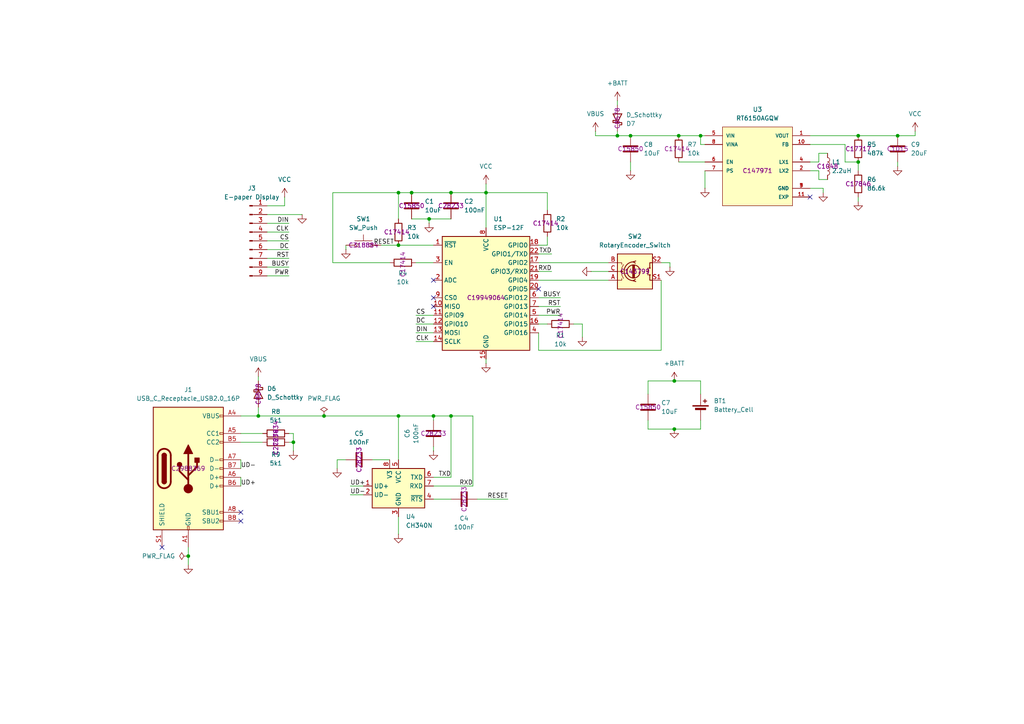
<source format=kicad_sch>
(kicad_sch (version 20250114) (generator "eeschema") (generator_version "9.0")
  (paper "A4")
  (lib_symbols
    (symbol "Connector:Conn_01x09_Pin" (pin_names (offset 1.016) (hide yes))
      (property "Reference" "J" (at 0 12.7 0))
      (property "Value" "Conn_01x09_Pin" (at 0 -12.7 0))
      (symbol "Conn_01x09_Pin_1_1"
        (rectangle (start 0.8636 10.287) (end 0 10.033) (stroke (width 0.1524)) (fill (type outline)))
        (rectangle (start 0.8636 7.747) (end 0 7.493) (stroke (width 0.1524)) (fill (type outline)))
        (rectangle (start 0.8636 5.207) (end 0 4.953) (stroke (width 0.1524)) (fill (type outline)))
        (rectangle (start 0.8636 2.667) (end 0 2.413) (stroke (width 0.1524)) (fill (type outline)))
        (rectangle (start 0.8636 0.127) (end 0 -0.127) (stroke (width 0.1524)) (fill (type outline)))
        (rectangle (start 0.8636 -2.413) (end 0 -2.667) (stroke (width 0.1524)) (fill (type outline)))
        (rectangle (start 0.8636 -4.953) (end 0 -5.207) (stroke (width 0.1524)) (fill (type outline)))
        (rectangle (start 0.8636 -7.493) (end 0 -7.747) (stroke (width 0.1524)) (fill (type outline)))
        (rectangle (start 0.8636 -10.033) (end 0 -10.287) (stroke (width 0.1524)) (fill (type outline)))
        (polyline (pts (xy 1.27 10.16) (xy 0.8636 10.16)) (stroke (width 0.1524)))
        (polyline (pts (xy 1.27 7.62) (xy 0.8636 7.62)) (stroke (width 0.1524)))
        (polyline (pts (xy 1.27 5.08) (xy 0.8636 5.08)) (stroke (width 0.1524)))
        (polyline (pts (xy 1.27 2.54) (xy 0.8636 2.54)) (stroke (width 0.1524)))
        (polyline (pts (xy 1.27 0) (xy 0.8636 0)) (stroke (width 0.1524)))
        (polyline (pts (xy 1.27 -2.54) (xy 0.8636 -2.54)) (stroke (width 0.1524)))
        (polyline (pts (xy 1.27 -5.08) (xy 0.8636 -5.08)) (stroke (width 0.1524)))
        (polyline (pts (xy 1.27 -7.62) (xy 0.8636 -7.62)) (stroke (width 0.1524)))
        (polyline (pts (xy 1.27 -10.16) (xy 0.8636 -10.16)) (stroke (width 0.1524)))
        (pin passive line (at 5.08 10.16 180) (length 3.81) (name "Pin_1") (number "1"))
        (pin passive line (at 5.08 7.62 180) (length 3.81) (name "Pin_2") (number "2"))
        (pin passive line (at 5.08 5.08 180) (length 3.81) (name "Pin_3") (number "3"))
        (pin passive line (at 5.08 2.54 180) (length 3.81) (name "Pin_4") (number "4"))
        (pin passive line (at 5.08 0 180) (length 3.81) (name "Pin_5") (number "5"))
        (pin passive line (at 5.08 -2.54 180) (length 3.81) (name "Pin_6") (number "6"))
        (pin passive line (at 5.08 -5.08 180) (length 3.81) (name "Pin_7") (number "7"))
        (pin passive line (at 5.08 -7.62 180) (length 3.81) (name "Pin_8") (number "8"))
        (pin passive line (at 5.08 -10.16 180) (length 3.81) (name "Pin_9") (number "9"))
      )
    )
    (symbol "Connector:USB_C_Receptacle_USB2.0_16P" (pin_names (offset 1.016))
      (property "Reference" "J" (at 0 22.225 0))
      (property "Value" "USB_C_Receptacle_USB2.0_16P" (at 0 19.685 0))
      (symbol "USB_C_Receptacle_USB2.0_16P_0_0"
        (rectangle (start -0.254 -17.78) (end 0.254 -16.764))
        (rectangle (start 10.16 15.494) (end 9.144 14.986))
        (rectangle (start 10.16 10.414) (end 9.144 9.906))
        (rectangle (start 10.16 7.874) (end 9.144 7.366))
        (rectangle (start 10.16 2.794) (end 9.144 2.286))
        (rectangle (start 10.16 0.254) (end 9.144 -0.254))
        (rectangle (start 10.16 -2.286) (end 9.144 -2.794))
        (rectangle (start 10.16 -4.826) (end 9.144 -5.334))
        (rectangle (start 10.16 -12.446) (end 9.144 -12.954))
        (rectangle (start 10.16 -14.986) (end 9.144 -15.494))
      )
      (symbol "USB_C_Receptacle_USB2.0_16P_0_1"
        (rectangle (start -10.16 17.78) (end 10.16 -17.78) (stroke (width 0.254)) (fill (type background)))
        (polyline (pts (xy -8.89 -3.81) (xy -8.89 3.81)) (stroke (width 0.508)))
        (rectangle (start -7.62 -3.81) (end -6.35 3.81) (stroke (width 0.254)) (fill (type outline)))
        (arc (start -7.62 3.81) (mid -6.985 4.4423) (end -6.35 3.81) (stroke (width 0.254)))
        (arc (start -7.62 3.81) (mid -6.985 4.4423) (end -6.35 3.81) (stroke (width 0.254)) (fill (type outline)))
        (arc (start -8.89 3.81) (mid -6.985 5.7067) (end -5.08 3.81) (stroke (width 0.508)))
        (arc (start -5.08 -3.81) (mid -6.985 -5.7067) (end -8.89 -3.81) (stroke (width 0.508)))
        (arc (start -6.35 -3.81) (mid -6.985 -4.4423) (end -7.62 -3.81) (stroke (width 0.254)))
        (arc (start -6.35 -3.81) (mid -6.985 -4.4423) (end -7.62 -3.81) (stroke (width 0.254)) (fill (type outline)))
        (polyline (pts (xy -5.08 3.81) (xy -5.08 -3.81)) (stroke (width 0.508)))
        (circle (center -2.54 1.143) (radius 0.635) (stroke (width 0.254)) (fill (type outline)))
        (polyline (pts (xy -1.27 4.318) (xy 0 6.858) (xy 1.27 4.318) (xy -1.27 4.318)) (stroke (width 0.254)) (fill (type outline)))
        (polyline (pts (xy 0 -2.032) (xy 2.54 0.508) (xy 2.54 1.778)) (stroke (width 0.508)))
        (polyline (pts (xy 0 -3.302) (xy -2.54 -0.762) (xy -2.54 0.508)) (stroke (width 0.508)))
        (polyline (pts (xy 0 -5.842) (xy 0 4.318)) (stroke (width 0.508)))
        (circle (center 0 -5.842) (radius 1.27) (fill (type outline)))
        (rectangle (start 1.905 1.778) (end 3.175 3.048) (stroke (width 0.254)) (fill (type outline)))
      )
      (symbol "USB_C_Receptacle_USB2.0_16P_1_1"
        (pin passive line (at -7.62 -22.86 90) (length 5.08) (name "SHIELD") (number "S1"))
        (pin passive line (at 0 -22.86 90) (length 5.08) (name "GND") (number "A1"))
        (pin passive line (at 0 -22.86 90) (length 5.08) (hide yes) (name "GND") (number "A12"))
        (pin passive line (at 0 -22.86 90) (length 5.08) (hide yes) (name "GND") (number "B1"))
        (pin passive line (at 0 -22.86 90) (length 5.08) (hide yes) (name "GND") (number "B12"))
        (pin passive line (at 15.24 15.24 180) (length 5.08) (name "VBUS") (number "A4"))
        (pin passive line (at 15.24 15.24 180) (length 5.08) (hide yes) (name "VBUS") (number "A9"))
        (pin passive line (at 15.24 15.24 180) (length 5.08) (hide yes) (name "VBUS") (number "B4"))
        (pin passive line (at 15.24 15.24 180) (length 5.08) (hide yes) (name "VBUS") (number "B9"))
        (pin bidirectional line (at 15.24 10.16 180) (length 5.08) (name "CC1") (number "A5"))
        (pin bidirectional line (at 15.24 7.62 180) (length 5.08) (name "CC2") (number "B5"))
        (pin bidirectional line (at 15.24 2.54 180) (length 5.08) (name "D-") (number "A7"))
        (pin bidirectional line (at 15.24 0 180) (length 5.08) (name "D-") (number "B7"))
        (pin bidirectional line (at 15.24 -2.54 180) (length 5.08) (name "D+") (number "A6"))
        (pin bidirectional line (at 15.24 -5.08 180) (length 5.08) (name "D+") (number "B6"))
        (pin bidirectional line (at 15.24 -12.7 180) (length 5.08) (name "SBU1") (number "A8"))
        (pin bidirectional line (at 15.24 -15.24 180) (length 5.08) (name "SBU2") (number "B8"))
      )
    )
    (symbol "Device:Battery_Cell" (pin_numbers (hide yes)) (pin_names (offset 0) (hide yes))
      (property "Reference" "BT" (at 2.54 2.54 0))
      (property "Value" "Battery_Cell" (at 2.54 0 0))
      (symbol "Battery_Cell_0_1"
        (rectangle (start -2.286 1.778) (end 2.286 1.524) (fill (type outline)))
        (rectangle (start -1.524 1.016) (end 1.524 0.508) (fill (type outline)))
        (polyline (pts (xy 0 1.778) (xy 0 2.54)))
        (polyline (pts (xy 0 0.762) (xy 0 0)))
        (polyline (pts (xy 0.762 3.048) (xy 1.778 3.048)) (stroke (width 0.254)))
        (polyline (pts (xy 1.27 3.556) (xy 1.27 2.54)) (stroke (width 0.254)))
      )
      (symbol "Battery_Cell_1_1"
        (pin passive line (at 0 5.08 270) (length 2.54) (name "+") (number "1"))
        (pin passive line (at 0 -2.54 90) (length 2.54) (name "-") (number "2"))
      )
    )
    (symbol "Device:C" (pin_numbers (hide yes)) (pin_names (offset 0.254))
      (property "Reference" "C" (at 0.635 2.54 0))
      (property "Value" "C" (at 0.635 -2.54 0))
      (symbol "C_0_1"
        (polyline (pts (xy -2.032 0.762) (xy 2.032 0.762)) (stroke (width 0.508)))
        (polyline (pts (xy -2.032 -0.762) (xy 2.032 -0.762)) (stroke (width 0.508)))
      )
      (symbol "C_1_1"
        (pin passive line (at 0 3.81 270) (length 2.794) (name "~") (number "1"))
        (pin passive line (at 0 -3.81 90) (length 2.794) (name "~") (number "2"))
      )
    )
    (symbol "Device:D_Schottky" (pin_numbers (hide yes)) (pin_names (offset 1.016) (hide yes))
      (property "Reference" "D" (at 0 2.54 0))
      (property "Value" "D_Schottky" (at 0 -2.54 0))
      (symbol "D_Schottky_0_1"
        (polyline (pts (xy -1.905 0.635) (xy -1.905 1.27) (xy -1.27 1.27) (xy -1.27 -1.27) (xy -0.635 -1.27) (xy -0.635 -0.635)) (stroke (width 0.254)))
        (polyline (pts (xy 1.27 1.27) (xy 1.27 -1.27) (xy -1.27 0) (xy 1.27 1.27)) (stroke (width 0.254)))
        (polyline (pts (xy 1.27 0) (xy -1.27 0)))
      )
      (symbol "D_Schottky_1_1"
        (pin passive line (at -3.81 0 0) (length 2.54) (name "K") (number "1"))
        (pin passive line (at 3.81 0 180) (length 2.54) (name "A") (number "2"))
      )
    )
    (symbol "Device:L" (pin_numbers (hide yes)) (pin_names (offset 1.016) (hide yes))
      (property "Reference" "L" (at -1.27 0 90))
      (property "Value" "L" (at 1.905 0 90))
      (symbol "L_0_1"
        (arc (start 0 2.54) (mid 0.6323 1.905) (end 0 1.27))
        (arc (start 0 1.27) (mid 0.6323 0.635) (end 0 0))
        (arc (start 0 0) (mid 0.6323 -0.635) (end 0 -1.27))
        (arc (start 0 -1.27) (mid 0.6323 -1.905) (end 0 -2.54))
      )
      (symbol "L_1_1"
        (pin passive line (at 0 3.81 270) (length 1.27) (name "1") (number "1"))
        (pin passive line (at 0 -3.81 90) (length 1.27) (name "2") (number "2"))
      )
    )
    (symbol "Device:R" (pin_numbers (hide yes)) (pin_names (offset 0))
      (property "Reference" "R" (at 2.032 0 90))
      (property "Value" "R" (at 0 0 90))
      (symbol "R_0_1"
        (rectangle (start -1.016 -2.54) (end 1.016 2.54) (stroke (width 0.254)))
      )
      (symbol "R_1_1"
        (pin passive line (at 0 3.81 270) (length 1.27) (name "~") (number "1"))
        (pin passive line (at 0 -3.81 90) (length 1.27) (name "~") (number "2"))
      )
    )
    (symbol "Device:RotaryEncoder_Switch" (pin_names (offset 0.254) (hide yes))
      (property "Reference" "SW" (at 0 6.604 0))
      (property "Value" "RotaryEncoder_Switch" (at 0 -6.604 0))
      (symbol "RotaryEncoder_Switch_0_1"
        (rectangle (start -5.08 5.08) (end 5.08 -5.08) (stroke (width 0.254)) (fill (type background)))
        (polyline (pts (xy -5.08 2.54) (xy -3.81 2.54) (xy -3.81 2.032)))
        (polyline (pts (xy -5.08 0) (xy -3.81 0) (xy -3.81 -1.016) (xy -3.302 -2.032)))
        (polyline (pts (xy -5.08 -2.54) (xy -3.81 -2.54) (xy -3.81 -2.032)))
        (polyline (pts (xy -4.318 0) (xy -3.81 0) (xy -3.81 1.016) (xy -3.302 2.032)))
        (circle (center -3.81 0) (radius 0.254) (fill (type outline)))
        (polyline (pts (xy -0.635 -1.778) (xy -0.635 1.778)) (stroke (width 0.254)))
        (circle (center -0.381 0) (radius 1.905) (stroke (width 0.254)))
        (polyline (pts (xy -0.381 -1.778) (xy -0.381 1.778)) (stroke (width 0.254)))
        (arc (start -0.381 -2.794) (mid -3.0988 -0.0635) (end -0.381 2.667) (stroke (width 0.254)))
        (polyline (pts (xy -0.127 1.778) (xy -0.127 -1.778)) (stroke (width 0.254)))
        (polyline (pts (xy 0.254 2.921) (xy -0.508 2.667) (xy 0.127 2.286)) (stroke (width 0.254)))
        (polyline (pts (xy 0.254 -3.048) (xy -0.508 -2.794) (xy 0.127 -2.413)) (stroke (width 0.254)))
        (polyline (pts (xy 3.81 1.016) (xy 3.81 -1.016)) (stroke (width 0.254)))
        (polyline (pts (xy 3.81 0) (xy 3.429 0)) (stroke (width 0.254)))
        (circle (center 4.318 1.016) (radius 0.127) (stroke (width 0.254)))
        (circle (center 4.318 -1.016) (radius 0.127) (stroke (width 0.254)))
        (polyline (pts (xy 5.08 2.54) (xy 4.318 2.54) (xy 4.318 1.016)) (stroke (width 0.254)))
        (polyline (pts (xy 5.08 -2.54) (xy 4.318 -2.54) (xy 4.318 -1.016)) (stroke (width 0.254)))
      )
      (symbol "RotaryEncoder_Switch_1_1"
        (pin passive line (at -7.62 2.54 0) (length 2.54) (name "A") (number "A"))
        (pin passive line (at -7.62 0 0) (length 2.54) (name "C") (number "C"))
        (pin passive line (at -7.62 -2.54 0) (length 2.54) (name "B") (number "B"))
        (pin passive line (at 7.62 2.54 180) (length 2.54) (name "S1") (number "S1"))
        (pin passive line (at 7.62 -2.54 180) (length 2.54) (name "S2") (number "S2"))
      )
    )
    (symbol "RF_Module:ESP-12F"
      (property "Reference" "U" (at -12.7 19.05 0))
      (property "Value" "ESP-12F" (at 12.7 19.05 0))
      (symbol "ESP-12F_0_1"
        (rectangle (start -12.7 17.78) (end 12.7 -15.24) (stroke (width 0.254)) (fill (type background)))
      )
      (symbol "ESP-12F_1_1"
        (pin input line (at -15.24 15.24 0) (length 2.54) (name "~{RST}") (number "1"))
        (pin input line (at -15.24 10.16 0) (length 2.54) (name "EN") (number "3"))
        (pin input line (at -15.24 5.08 0) (length 2.54) (name "ADC") (number "2"))
        (pin input line (at -15.24 0 0) (length 2.54) (name "CS0") (number "9"))
        (pin bidirectional line (at -15.24 -2.54 0) (length 2.54) (name "MISO") (number "10"))
        (pin bidirectional line (at -15.24 -5.08 0) (length 2.54) (name "GPIO9") (number "11"))
        (pin bidirectional line (at -15.24 -7.62 0) (length 2.54) (name "GPIO10") (number "12"))
        (pin bidirectional line (at -15.24 -10.16 0) (length 2.54) (name "MOSI") (number "13"))
        (pin bidirectional line (at -15.24 -12.7 0) (length 2.54) (name "SCLK") (number "14"))
        (pin power_in line (at 0 20.32 270) (length 2.54) (name "VCC") (number "8"))
        (pin power_in line (at 0 -17.78 90) (length 2.54) (name "GND") (number "15"))
        (pin bidirectional line (at 15.24 15.24 180) (length 2.54) (name "GPIO0") (number "18"))
        (pin bidirectional line (at 15.24 12.7 180) (length 2.54) (name "GPIO1/TXD") (number "22"))
        (pin bidirectional line (at 15.24 10.16 180) (length 2.54) (name "GPIO2") (number "17"))
        (pin bidirectional line (at 15.24 7.62 180) (length 2.54) (name "GPIO3/RXD") (number "21"))
        (pin bidirectional line (at 15.24 5.08 180) (length 2.54) (name "GPIO4") (number "19"))
        (pin bidirectional line (at 15.24 2.54 180) (length 2.54) (name "GPIO5") (number "20"))
        (pin bidirectional line (at 15.24 0 180) (length 2.54) (name "GPIO12") (number "6"))
        (pin bidirectional line (at 15.24 -2.54 180) (length 2.54) (name "GPIO13") (number "7"))
        (pin bidirectional line (at 15.24 -5.08 180) (length 2.54) (name "GPIO14") (number "5"))
        (pin bidirectional line (at 15.24 -7.62 180) (length 2.54) (name "GPIO15") (number "16"))
        (pin bidirectional line (at 15.24 -10.16 180) (length 2.54) (name "GPIO16") (number "4"))
      )
    )
    (symbol "RT6150AGQW:RT6150AGQW" (pin_names (offset 1.016))
      (property "Reference" "U" (at -10.16 15.24 0))
      (property "Value" "RT6150AGQW" (at -10.16 -15.24 0))
      (symbol "RT6150AGQW_0_0"
        (rectangle (start -10.16 -10.16) (end 10.16 12.7) (stroke (width 0.1524)) (fill (type background)))
        (pin input line (at -15.24 10.16 0) (length 5.08) (name "VIN") (number "5"))
        (pin input line (at -15.24 7.62 0) (length 5.08) (name "VINA") (number "8"))
        (pin input line (at -15.24 2.54 0) (length 5.08) (name "EN") (number "6"))
        (pin input line (at -15.24 0 0) (length 5.08) (name "PS") (number "7"))
        (pin output line (at 15.24 10.16 180) (length 5.08) (name "VOUT") (number "1"))
        (pin input line (at 15.24 7.62 180) (length 5.08) (name "FB") (number "10"))
        (pin passive line (at 15.24 2.54 180) (length 5.08) (name "LX1") (number "4"))
        (pin passive line (at 15.24 0 180) (length 5.08) (name "LX2") (number "2"))
        (pin power_in line (at 15.24 -5.08 180) (length 5.08) (name "GND") (number "3"))
        (pin power_in line (at 15.24 -5.08 180) (length 5.08) (name "GND") (number "9"))
        (pin power_in line (at 15.24 -7.62 180) (length 5.08) (name "EXP") (number "11"))
      )
    )
    (symbol "Switch:SW_Push" (pin_numbers (hide yes)) (pin_names (offset 1.016) (hide yes))
      (property "Reference" "SW" (at 1.27 2.54 0))
      (property "Value" "SW_Push" (at 0 -1.524 0))
      (symbol "SW_Push_0_1"
        (circle (center -2.032 0) (radius 0.508))
        (polyline (pts (xy 0 1.27) (xy 0 3.048)))
        (circle (center 2.032 0) (radius 0.508))
        (polyline (pts (xy 2.54 1.27) (xy -2.54 1.27)))
        (pin passive line (at -5.08 0 0) (length 2.54) (name "1") (number "1"))
        (pin passive line (at 5.08 0 180) (length 2.54) (name "2") (number "2"))
      )
    )
    (symbol "custom-chips:CH340N"
      (property "Reference" "U3" (at 1.9559 -1.27 0))
      (property "Value" "CH340N" (at -8.89 -1.27 0))
      (symbol "CH340N_0_1"
        (rectangle (start -7.62 12.7) (end 7.62 1.27) (stroke (width 0.254)) (fill (type background)))
      )
      (symbol "CH340N_1_1"
        (pin bidirectional line (at -10.16 7.62 0) (length 2.54) (name "UD+") (number "1"))
        (pin bidirectional line (at -10.16 5.08 0) (length 2.54) (name "UD-") (number "2"))
        (pin passive line (at -2.54 15.24 270) (length 2.54) (name "V3") (number "8"))
        (pin power_in line (at 0 15.24 270) (length 2.54) (name "VCC") (number "5"))
        (pin power_in line (at 0 -1.27 90) (length 2.54) (name "GND") (number "3"))
        (pin output line (at 10.16 10.16 180) (length 2.54) (name "TXD") (number "6"))
        (pin input line (at 10.16 7.62 180) (length 2.54) (name "RXD") (number "7"))
        (pin output line (at 10.16 3.81 180) (length 2.54) (name "~{RTS}") (number "4"))
      )
    )
    (symbol "power:+BATT" (power) (pin_numbers (hide yes)) (pin_names (offset 0) (hide yes))
      (property "Value" "+BATT" (at 0 3.556 0))
      (symbol "+BATT_0_1"
        (polyline (pts (xy -0.762 1.27) (xy 0 2.54)))
        (polyline (pts (xy 0 2.54) (xy 0.762 1.27)))
        (polyline (pts (xy 0 0) (xy 0 2.54)))
      )
      (symbol "+BATT_1_1"
        (pin power_in line (at 0 0 90) (length 0) (name "~") (number "1"))
      )
    )
    (symbol "power:GND" (power) (pin_numbers (hide yes)) (pin_names (offset 0) (hide yes))
      (property "Value" "GND" (at 0 -3.81 0))
      (symbol "GND_0_1"
        (polyline (pts (xy 0 0) (xy 0 -1.27) (xy 1.27 -1.27) (xy 0 -2.54) (xy -1.27 -1.27) (xy 0 -1.27)))
      )
      (symbol "GND_1_1"
        (pin power_in line (at 0 0 270) (length 0) (name "~") (number "1"))
      )
    )
    (symbol "power:PWR_FLAG" (power) (pin_numbers (hide yes)) (pin_names (offset 0) (hide yes))
      (property "Value" "PWR_FLAG" (at 0 3.81 0))
      (symbol "PWR_FLAG_0_0"
        (pin power_out line (at 0 0 90) (length 0) (name "~") (number "1"))
      )
      (symbol "PWR_FLAG_0_1"
        (polyline (pts (xy 0 0) (xy 0 1.27) (xy -1.016 1.905) (xy 0 2.54) (xy 1.016 1.905) (xy 0 1.27)))
      )
    )
    (symbol "power:VBUS" (power) (pin_numbers (hide yes)) (pin_names (offset 0) (hide yes))
      (property "Value" "VBUS" (at 0 3.556 0))
      (symbol "VBUS_0_1"
        (polyline (pts (xy -0.762 1.27) (xy 0 2.54)))
        (polyline (pts (xy 0 2.54) (xy 0.762 1.27)))
        (polyline (pts (xy 0 0) (xy 0 2.54)))
      )
      (symbol "VBUS_1_1"
        (pin power_in line (at 0 0 90) (length 0) (name "~") (number "1"))
      )
    )
    (symbol "power:VCC" (power) (pin_numbers (hide yes)) (pin_names (offset 0) (hide yes))
      (property "Value" "VCC" (at 0 3.556 0))
      (symbol "VCC_0_1"
        (polyline (pts (xy -0.762 1.27) (xy 0 2.54)))
        (polyline (pts (xy 0 2.54) (xy 0.762 1.27)))
        (polyline (pts (xy 0 0) (xy 0 2.54)))
      )
      (symbol "VCC_1_1"
        (pin power_in line (at 0 0 90) (length 0) (name "~") (number "1"))
      )
    )
  )
  (junction (at 140.97 55.88))
  (junction (at 125.73 120.65))
  (junction (at 54.61 161.29))
  (junction (at 115.57 120.65))
  (junction (at 179.07 39.37))
  (junction (at 74.93 120.65))
  (junction (at 124.46 63.5))
  (junction (at 182.88 39.37))
  (junction (at 93.98 120.65))
  (junction (at 195.58 110.49))
  (junction (at 115.57 55.88))
  (junction (at 85.09 128.27))
  (junction (at 196.85 39.37))
  (junction (at 260.35 39.37))
  (junction (at 248.92 39.37))
  (junction (at 203.2 39.37))
  (junction (at 130.81 120.65))
  (junction (at 115.57 71.12))
  (junction (at 195.58 124.46))
  (junction (at 130.81 55.88))
  (junction (at 248.92 46.99))
  (junction (at 119.38 55.88))
  (no_connect (at 234.95 57.15))
  (no_connect (at 125.73 88.9))
  (no_connect (at 156.21 83.82))
  (no_connect (at 69.85 148.59))
  (no_connect (at 125.73 81.28))
  (no_connect (at 46.99 158.75))
  (no_connect (at 69.85 151.13))
  (no_connect (at 125.73 86.36))
  (wire (pts (xy 119.38 63.5) (xy 124.46 63.5)))
  (wire (pts (xy 203.2 114.3) (xy 203.2 110.49)))
  (wire (pts (xy 74.93 120.65) (xy 69.85 120.65)))
  (wire (pts (xy 69.85 128.27) (xy 76.2 128.27)))
  (wire (pts (xy 156.21 86.36) (xy 162.56 86.36)))
  (wire (pts (xy 265.43 39.37) (xy 260.35 39.37)))
  (wire (pts (xy 115.57 71.12) (xy 125.73 71.12)))
  (wire (pts (xy 172.72 39.37) (xy 179.07 39.37)))
  (wire (pts (xy 97.79 135.89) (xy 97.79 133.35)))
  (wire (pts (xy 115.57 55.88) (xy 115.57 63.5)))
  (wire (pts (xy 138.43 144.78) (xy 147.32 144.78)))
  (wire (pts (xy 140.97 66.04) (xy 140.97 55.88)))
  (wire (pts (xy 187.96 121.92) (xy 187.96 124.46)))
  (wire (pts (xy 156.21 101.6) (xy 191.77 101.6)))
  (wire (pts (xy 110.49 71.12) (xy 115.57 71.12)))
  (wire (pts (xy 195.58 124.46) (xy 203.2 124.46)))
  (wire (pts (xy 96.52 55.88) (xy 115.57 55.88)))
  (wire (pts (xy 77.47 74.93) (xy 83.82 74.93)))
  (wire (pts (xy 82.55 59.69) (xy 77.47 59.69)))
  (wire (pts (xy 120.65 91.44) (xy 125.73 91.44)))
  (wire (pts (xy 125.73 120.65) (xy 125.73 121.92)))
  (wire (pts (xy 101.6 140.97) (xy 105.41 140.97)))
  (wire (pts (xy 96.52 55.88) (xy 96.52 76.2)))
  (wire (pts (xy 77.47 62.23) (xy 87.63 62.23)))
  (wire (pts (xy 237.49 44.45) (xy 237.49 46.99)))
  (wire (pts (xy 245.11 41.91) (xy 234.95 41.91)))
  (wire (pts (xy 158.75 71.12) (xy 156.21 71.12)))
  (wire (pts (xy 54.61 161.29) (xy 54.61 163.83)))
  (wire (pts (xy 69.85 138.43) (xy 69.85 140.97)))
  (wire (pts (xy 203.2 110.49) (xy 195.58 110.49)))
  (wire (pts (xy 156.21 93.98) (xy 158.75 93.98)))
  (wire (pts (xy 74.93 120.65) (xy 93.98 120.65)))
  (wire (pts (xy 69.85 133.35) (xy 69.85 135.89)))
  (wire (pts (xy 140.97 55.88) (xy 158.75 55.88)))
  (wire (pts (xy 240.03 44.45) (xy 237.49 44.45)))
  (wire (pts (xy 77.47 69.85) (xy 83.82 69.85)))
  (wire (pts (xy 156.21 88.9) (xy 162.56 88.9)))
  (wire (pts (xy 120.65 76.2) (xy 125.73 76.2)))
  (wire (pts (xy 130.81 120.65) (xy 137.16 120.65)))
  (wire (pts (xy 113.03 76.2) (xy 96.52 76.2)))
  (wire (pts (xy 54.61 158.75) (xy 54.61 161.29)))
  (wire (pts (xy 130.81 55.88) (xy 140.97 55.88)))
  (wire (pts (xy 107.95 133.35) (xy 113.03 133.35)))
  (wire (pts (xy 194.31 76.2) (xy 191.77 76.2)))
  (wire (pts (xy 97.79 133.35) (xy 100.33 133.35)))
  (wire (pts (xy 130.81 120.65) (xy 130.81 138.43)))
  (wire (pts (xy 74.93 109.22) (xy 74.93 110.49)))
  (wire (pts (xy 196.85 39.37) (xy 203.2 39.37)))
  (wire (pts (xy 156.21 91.44) (xy 162.56 91.44)))
  (wire (pts (xy 179.07 38.1) (xy 179.07 39.37)))
  (wire (pts (xy 265.43 38.1) (xy 265.43 39.37)))
  (wire (pts (xy 245.11 46.99) (xy 245.11 41.91)))
  (wire (pts (xy 187.96 124.46) (xy 195.58 124.46)))
  (wire (pts (xy 194.31 77.47) (xy 194.31 76.2)))
  (wire (pts (xy 124.46 63.5) (xy 124.46 64.77)))
  (wire (pts (xy 137.16 120.65) (xy 137.16 140.97)))
  (wire (pts (xy 168.91 93.98) (xy 168.91 97.79)))
  (wire (pts (xy 125.73 140.97) (xy 137.16 140.97)))
  (wire (pts (xy 85.09 125.73) (xy 83.82 125.73)))
  (wire (pts (xy 234.95 39.37) (xy 248.92 39.37)))
  (wire (pts (xy 237.49 52.07) (xy 240.03 52.07)))
  (wire (pts (xy 203.2 121.92) (xy 203.2 124.46)))
  (wire (pts (xy 124.46 63.5) (xy 130.81 63.5)))
  (wire (pts (xy 238.76 54.61) (xy 238.76 55.88)))
  (wire (pts (xy 237.49 49.53) (xy 237.49 52.07)))
  (wire (pts (xy 237.49 46.99) (xy 234.95 46.99)))
  (wire (pts (xy 101.6 143.51) (xy 105.41 143.51)))
  (wire (pts (xy 203.2 39.37) (xy 204.47 39.37)))
  (wire (pts (xy 125.73 120.65) (xy 130.81 120.65)))
  (wire (pts (xy 85.09 128.27) (xy 85.09 130.81)))
  (wire (pts (xy 158.75 68.58) (xy 158.75 71.12)))
  (wire (pts (xy 179.07 39.37) (xy 182.88 39.37)))
  (wire (pts (xy 82.55 57.15) (xy 82.55 59.69)))
  (wire (pts (xy 115.57 120.65) (xy 125.73 120.65)))
  (wire (pts (xy 69.85 125.73) (xy 76.2 125.73)))
  (wire (pts (xy 156.21 101.6) (xy 156.21 96.52)))
  (wire (pts (xy 120.65 99.06) (xy 125.73 99.06)))
  (wire (pts (xy 93.98 120.65) (xy 115.57 120.65)))
  (wire (pts (xy 260.35 39.37) (xy 248.92 39.37)))
  (wire (pts (xy 125.73 144.78) (xy 130.81 144.78)))
  (wire (pts (xy 172.72 38.1) (xy 172.72 39.37)))
  (wire (pts (xy 85.09 125.73) (xy 85.09 128.27)))
  (wire (pts (xy 77.47 67.31) (xy 83.82 67.31)))
  (wire (pts (xy 182.88 46.99) (xy 182.88 49.53)))
  (wire (pts (xy 77.47 80.01) (xy 83.82 80.01)))
  (wire (pts (xy 125.73 129.54) (xy 125.73 130.81)))
  (wire (pts (xy 156.21 81.28) (xy 176.53 81.28)))
  (wire (pts (xy 120.65 93.98) (xy 125.73 93.98)))
  (wire (pts (xy 100.33 72.39) (xy 100.33 71.12)))
  (wire (pts (xy 85.09 128.27) (xy 83.82 128.27)))
  (wire (pts (xy 77.47 72.39) (xy 83.82 72.39)))
  (wire (pts (xy 156.21 78.74) (xy 160.02 78.74)))
  (wire (pts (xy 74.93 118.11) (xy 74.93 120.65)))
  (wire (pts (xy 156.21 73.66) (xy 160.02 73.66)))
  (wire (pts (xy 179.07 30.48) (xy 179.07 29.21)))
  (wire (pts (xy 115.57 149.86) (xy 115.57 154.94)))
  (wire (pts (xy 156.21 76.2) (xy 176.53 76.2)))
  (wire (pts (xy 168.91 93.98) (xy 166.37 93.98)))
  (wire (pts (xy 125.73 138.43) (xy 130.81 138.43)))
  (wire (pts (xy 115.57 55.88) (xy 119.38 55.88)))
  (wire (pts (xy 77.47 64.77) (xy 83.82 64.77)))
  (wire (pts (xy 204.47 41.91) (xy 203.2 41.91)))
  (wire (pts (xy 191.77 101.6) (xy 191.77 81.28)))
  (wire (pts (xy 203.2 41.91) (xy 203.2 39.37)))
  (wire (pts (xy 195.58 110.49) (xy 187.96 110.49)))
  (wire (pts (xy 140.97 105.41) (xy 140.97 104.14)))
  (wire (pts (xy 234.95 49.53) (xy 237.49 49.53)))
  (wire (pts (xy 248.92 46.99) (xy 248.92 49.53)))
  (wire (pts (xy 248.92 57.15) (xy 248.92 58.42)))
  (wire (pts (xy 120.65 96.52) (xy 125.73 96.52)))
  (wire (pts (xy 196.85 46.99) (xy 204.47 46.99)))
  (wire (pts (xy 234.95 54.61) (xy 238.76 54.61)))
  (wire (pts (xy 158.75 60.96) (xy 158.75 55.88)))
  (wire (pts (xy 140.97 53.34) (xy 140.97 55.88)))
  (wire (pts (xy 77.47 77.47) (xy 83.82 77.47)))
  (wire (pts (xy 119.38 55.88) (xy 130.81 55.88)))
  (wire (pts (xy 115.57 120.65) (xy 115.57 133.35)))
  (wire (pts (xy 204.47 49.53) (xy 204.47 54.61)))
  (wire (pts (xy 260.35 46.99) (xy 260.35 48.26)))
  (wire (pts (xy 245.11 46.99) (xy 248.92 46.99)))
  (wire (pts (xy 176.53 78.74) (xy 171.45 78.74)))
  (wire (pts (xy 182.88 39.37) (xy 196.85 39.37)))
  (wire (pts (xy 187.96 110.49) (xy 187.96 114.3)))
  (label "UD-" (at 101.6 143.51 0))
  (label "RST" (at 162.56 88.9 180))
  (label "DIN" (at 120.65 96.52 0))
  (label "RXD" (at 160.02 78.74 180))
  (label "RESET" (at 114.3 71.12 180))
  (label "TXD" (at 130.81 138.43 180))
  (label "BUSY" (at 83.82 77.47 180))
  (label "RXD" (at 137.16 140.97 180))
  (label "CS" (at 83.82 69.85 180))
  (label "UD-" (at 69.85 135.89 0))
  (label "DC" (at 120.65 93.98 0))
  (label "UD+" (at 69.85 140.97 0))
  (label "DC" (at 83.82 72.39 180))
  (label "BUSY" (at 162.56 86.36 180))
  (label "PWR" (at 83.82 80.01 180))
  (label "CLK" (at 120.65 99.06 0))
  (label "CS" (at 120.65 91.44 0))
  (label "PWR" (at 162.56 91.44 180))
  (label "CLK" (at 83.82 67.31 180))
  (label "UD+" (at 101.6 140.97 0))
  (label "RST" (at 83.82 74.93 180))
  (label "DIN" (at 83.82 64.77 180))
  (label "RESET" (at 147.32 144.78 180))
  (label "TXD" (at 160.02 73.66 180))
  (symbol (lib_id "Device:R") (at 80.01 125.73 90) (unit 1)
    (property "Reference" "R8" (at 80.01 119.38 90))
    (property "Value" "5k1" (at 80.01 121.92 90))
    (property "Footprint" "Resistor_SMD:R_0805_2012Metric" (effects (hide yes)))
    (property "Description" "Resistor" (effects (hide yes)))
    (property "LCSC" "C27834" (at 80.01 125.73 0))
  )
  (symbol (lib_id "power:GND") (at 125.73 130.81 0) (unit 1)
    (property "Reference" "#PWR016" (effects (hide yes)))
    (property "Value" "GND" (effects (hide yes)))
    (property "Description" "Power symbol creates a global label with name \"GND\" , ground" (effects (hide yes)))
  )
  (symbol (lib_id "Device:D_Schottky") (at 74.93 114.3 270) (unit 1)
    (property "Reference" "D6" (at 77.47 112.7124 90) (effects (justify left)))
    (property "Value" "D_Schottky" (at 77.47 115.2524 90) (effects (justify left)))
    (property "Footprint" "Diode_SMD:D_SMA" (effects (hide yes)))
    (property "Description" "Schottky diode" (effects (hide yes)))
    (property "LCSC" "C8678" (at 74.93 114.3 0))
  )
  (symbol (lib_id "power:GND") (at 97.79 135.89 0) (unit 1)
    (property "Reference" "#PWR015" (effects (hide yes)))
    (property "Value" "GND" (effects (hide yes)))
    (property "Description" "Power symbol creates a global label with name \"GND\" , ground" (effects (hide yes)))
  )
  (symbol (lib_id "RT6150AGQW:RT6150AGQW") (at 219.71 49.53 0) (unit 1)
    (property "Reference" "U3" (at 219.71 31.75 0))
    (property "Value" "RT6150AGQW" (at 219.71 34.29 0))
    (property "Footprint" "eink:SON50P300X300X80-11N" (effects (hide yes)))
    (property "B_NOM" "0.24" (effects (hide yes)))
    (property "Check_prices" "https://www.snapeda.com/parts/RT6150AGQW/Richtek/view-part/?ref=eda" (effects (hide yes)))
    (property "B_MAX" "0.3" (effects (hide yes)))
    (property "Description_1" "Buck-Boost Switching Regulator IC Positive Adjustable 1.8V 1 Output 800mA 10-WFDFN Exposed Pad" (effects (hide yes)))
    (property "Price" "None" (effects (hide yes)))
    (property "ENOM" "0.5" (effects (hide yes)))
    (property "D_NOM" "3.0" (effects (hide yes)))
    (property "D_MAX" "3.05" (effects (hide yes)))
    (property "L_MAX" "0.45" (effects (hide yes)))
    (property "A_MAX" "0.8" (effects (hide yes)))
    (property "Package" "WFDFN-10 Richtek" (effects (hide yes)))
    (property "E2_NOM" "1.625" (effects (hide yes)))
    (property "D2_NOM" "2.475" (effects (hide yes)))
    (property "SnapEDA_Link" "https://www.snapeda.com/parts/RT6150AGQW/Richtek/view-part/?ref=snap" (effects (hide yes)))
    (property "E_NOM" "3.0" (effects (hide yes)))
    (property "B_MIN" "0.18" (effects (hide yes)))
    (property "STANDARD" "IPC 7351B" (effects (hide yes)))
    (property "PIN_COUNT" "10.0" (effects (hide yes)))
    (property "L_NOM" "0.4" (effects (hide yes)))
    (property "MANUFACTURER" "Richtek" (effects (hide yes)))
    (property "MF" "Richtek USA" (effects (hide yes)))
    (property "MAXIMUM_PACKAGE_HEIGHT" "0.8mm" (effects (hide yes)))
    (property "E_MIN" "2.95" (effects (hide yes)))
    (property "D_MIN" "2.95" (effects (hide yes)))
    (property "MP" "RT6150AGQW" (effects (hide yes)))
    (property "L_MIN" "0.35" (effects (hide yes)))
    (property "Availability" "In Stock" (effects (hide yes)))
    (property "E_MAX" "3.05" (effects (hide yes)))
    (property "LCSC" "C147971" (at 219.71 49.53 0))
  )
  (symbol (lib_id "power:+BATT") (at 195.58 110.49 0) (unit 1)
    (property "Reference" "#PWR013" (effects (hide yes)))
    (property "Value" "+BATT" (at 195.58 105.41 0))
    (property "Description" "Power symbol creates a global label with name \"+BATT\"" (effects (hide yes)))
  )
  (symbol (lib_id "Device:C") (at 130.81 59.69 0) (unit 1)
    (property "Reference" "C2" (at 134.62 58.4199 0) (effects (justify left)))
    (property "Value" "100nF" (at 134.62 60.9599 0) (effects (justify left)))
    (property "Footprint" "Capacitor_SMD:C_0805_2012Metric" (effects (hide yes)))
    (property "Description" "Unpolarized capacitor" (effects (hide yes)))
    (property "LCSC" "C28233" (at 130.81 59.69 0))
  )
  (symbol (lib_id "power:GND") (at 87.63 62.23 0) (unit 1)
    (property "Reference" "#PWR08" (effects (hide yes)))
    (property "Value" "GND" (effects (hide yes)))
    (property "Description" "Power symbol creates a global label with name \"GND\" , ground" (effects (hide yes)))
  )
  (symbol (lib_id "Device:Battery_Cell") (at 203.2 119.38 0) (unit 1)
    (property "Reference" "BT1" (at 207.01 116.2684 0) (effects (justify left)))
    (property "Value" "Battery_Cell" (at 207.01 118.8084 0) (effects (justify left)))
    (property "Footprint" "Connector_JST:JST_PH_B2B-PH-K_1x02_P2.00mm_Vertical" (effects (hide yes)))
    (property "Description" "Single-cell battery" (effects (hide yes)))
  )
  (symbol (lib_id "power:GND") (at 168.91 97.79 0) (unit 1)
    (property "Reference" "#PWR03" (effects (hide yes)))
    (property "Value" "GND" (effects (hide yes)))
    (property "Description" "Power symbol creates a global label with name \"GND\" , ground" (effects (hide yes)))
  )
  (symbol (lib_id "power:GND") (at 140.97 105.41 0) (unit 1)
    (property "Reference" "#PWR02" (effects (hide yes)))
    (property "Value" "GND" (effects (hide yes)))
    (property "Description" "Power symbol creates a global label with name \"GND\" , ground" (effects (hide yes)))
  )
  (symbol (lib_id "power:GND") (at 204.47 54.61 0) (unit 1)
    (property "Reference" "#PWR026" (effects (hide yes)))
    (property "Value" "GND" (effects (hide yes)))
    (property "Description" "Power symbol creates a global label with name \"GND\" , ground" (effects (hide yes)))
  )
  (symbol (lib_id "Device:R") (at 116.84 76.2 90) (unit 1)
    (property "Reference" "R4" (at 116.84 79.248 90))
    (property "Value" "10k" (at 116.84 81.788 90))
    (property "Footprint" "Resistor_SMD:R_0805_2012Metric" (effects (hide yes)))
    (property "Description" "Resistor" (effects (hide yes)))
    (property "LCSC" "C17414 " (at 116.84 76.2 0))
  )
  (symbol (lib_id "Device:C") (at 104.14 133.35 270) (unit 1)
    (property "Reference" "C5" (at 104.14 125.73 90))
    (property "Value" "100nF" (at 104.14 128.27 90))
    (property "Footprint" "Capacitor_SMD:C_0805_2012Metric" (effects (hide yes)))
    (property "Description" "Unpolarized capacitor" (effects (hide yes)))
    (property "LCSC" "C28233" (at 104.14 133.35 0))
  )
  (symbol (lib_id "Device:R") (at 248.92 53.34 0) (unit 1)
    (property "Reference" "R6" (at 251.46 52.0699 0) (effects (justify left)))
    (property "Value" "86.6k" (at 251.46 54.6099 0) (effects (justify left)))
    (property "Footprint" "Capacitor_SMD:C_0805_2012Metric" (effects (hide yes)))
    (property "Description" "Resistor" (effects (hide yes)))
    (property "LCSC" "C17846" (at 248.92 53.34 0))
  )
  (symbol (lib_id "power:+BATT") (at 179.07 29.21 0) (unit 1)
    (property "Reference" "#PWR021" (effects (hide yes)))
    (property "Value" "+BATT" (at 179.07 24.13 0))
    (property "Description" "Power symbol creates a global label with name \"+BATT\"" (effects (hide yes)))
  )
  (symbol (lib_id "power:VCC") (at 82.55 57.15 0) (unit 1)
    (property "Reference" "#PWR07" (effects (hide yes)))
    (property "Value" "VCC" (at 82.55 52.07 0))
    (property "Description" "Power symbol creates a global label with name \"VCC\"" (effects (hide yes)))
  )
  (symbol (lib_id "Device:C") (at 260.35 43.18 0) (unit 1)
    (property "Reference" "C9" (at 264.16 41.9099 0) (effects (justify left)))
    (property "Value" "20uF" (at 264.16 44.4499 0) (effects (justify left)))
    (property "Footprint" "Capacitor_SMD:C_0805_2012Metric" (effects (hide yes)))
    (property "Description" "Unpolarized capacitor" (effects (hide yes)))
    (property "LCSC" "C1015" (at 260.35 43.18 0))
  )
  (symbol (lib_id "power:GND") (at 85.09 130.81 0) (unit 1)
    (property "Reference" "#PWR011" (effects (hide yes)))
    (property "Value" "GND" (effects (hide yes)))
    (property "Description" "Power symbol creates a global label with name \"GND\" , ground" (effects (hide yes)))
  )
  (symbol (lib_id "Connector:Conn_01x09_Pin") (at 72.39 69.85 0) (unit 1)
    (property "Reference" "J3" (at 73.025 54.61 0))
    (property "Value" "E-paper Display" (at 73.025 57.15 0))
    (property "Footprint" "Connector_PinHeader_2.54mm:PinHeader_1x09_P2.54mm_Vertical_SMD_Pin1Left" (effects (hide yes)))
    (property "Description" "Generic connector, single row, 01x09, script generated" (effects (hide yes)))
  )
  (symbol (lib_id "power:GND") (at 124.46 64.77 0) (unit 1)
    (property "Reference" "#PWR05" (effects (hide yes)))
    (property "Value" "GND" (effects (hide yes)))
    (property "Description" "Power symbol creates a global label with name \"GND\" , ground" (effects (hide yes)))
  )
  (symbol (lib_id "Device:C") (at 134.62 144.78 270) (unit 1)
    (property "Reference" "C4" (at 134.62 150.368 90))
    (property "Value" "100nF" (at 134.62 152.908 90))
    (property "Footprint" "Capacitor_SMD:C_0805_2012Metric" (effects (hide yes)))
    (property "Description" "Unpolarized capacitor" (effects (hide yes)))
    (property "LCSC" "C28233" (at 134.62 144.78 0))
  )
  (symbol (lib_id "power:GND") (at 194.31 77.47 0) (mirror y) (unit 1)
    (property "Reference" "#PWR06" (effects (hide yes)))
    (property "Value" "GND" (effects (hide yes)))
    (property "Description" "Power symbol creates a global label with name \"GND\" , ground" (effects (hide yes)))
  )
  (symbol (lib_id "Device:RotaryEncoder_Switch") (at 184.15 78.74 0) (mirror x) (unit 1)
    (property "Reference" "SW2" (at 184.15 68.58 0))
    (property "Value" "RotaryEncoder_Switch" (at 184.15 71.12 0))
    (property "Footprint" "Rotary_Encoder:RotaryEncoder_Bourns_Vertical_PEC12R-3x17F-Sxxxx" (effects (hide yes)))
    (property "Description" "Rotary encoder, dual channel, incremental quadrate outputs, with switch" (effects (hide yes)))
    (property "LCSC" "C143799" (at 184.15 78.74 0))
  )
  (symbol (lib_id "power:PWR_FLAG") (at 93.98 120.65 0) (unit 1)
    (property "Reference" "#FLG02" (effects (hide yes)))
    (property "Value" "PWR_FLAG" (at 93.98 115.57 0))
    (property "Description" "Special symbol for telling ERC where power comes from" (effects (hide yes)))
  )
  (symbol (lib_id "Device:R") (at 115.57 67.31 0) (unit 1)
    (property "Reference" "R3" (at 118.11 66.0399 0) (effects (justify left)))
    (property "Value" "10k" (at 118.11 68.5799 0) (effects (justify left)))
    (property "Footprint" "Resistor_SMD:R_0805_2012Metric" (effects (hide yes)))
    (property "Description" "Resistor" (effects (hide yes)))
    (property "LCSC" "C17414 " (at 115.57 67.31 0))
  )
  (symbol (lib_id "power:GND") (at 54.61 163.83 0) (unit 1)
    (property "Reference" "#PWR09" (effects (hide yes)))
    (property "Value" "GND" (effects (hide yes)))
    (property "Description" "Power symbol creates a global label with name \"GND\" , ground" (effects (hide yes)))
  )
  (symbol (lib_id "Switch:SW_Push") (at 105.41 71.12 0) (unit 1)
    (property "Reference" "SW1" (at 105.41 63.5 0))
    (property "Value" "SW_Push" (at 105.41 66.04 0))
    (property "Footprint" "eink:SW_TS-1187A-B-A-B" (effects (hide yes)))
    (property "Description" "Push button switch, generic, two pins" (effects (hide yes)))
    (property "LCSC" "C318884" (at 105.41 71.12 0))
  )
  (symbol (lib_id "power:VCC") (at 140.97 53.34 0) (unit 1)
    (property "Reference" "#PWR01" (effects (hide yes)))
    (property "Value" "VCC" (at 140.97 48.26 0))
    (property "Description" "Power symbol creates a global label with name \"VCC\"" (effects (hide yes)))
  )
  (symbol (lib_id "Device:C") (at 187.96 118.11 0) (unit 1)
    (property "Reference" "C7" (at 191.77 116.8399 0) (effects (justify left)))
    (property "Value" "10uF" (at 191.77 119.3799 0) (effects (justify left)))
    (property "Footprint" "Capacitor_SMD:C_0805_2012Metric" (effects (hide yes)))
    (property "Description" "Unpolarized capacitor" (effects (hide yes)))
    (property "LCSC" "C15850" (at 187.96 118.11 0))
  )
  (symbol (lib_id "Device:R") (at 196.85 43.18 180) (unit 1)
    (property "Reference" "R7" (at 199.39 41.9099 0) (effects (justify right)))
    (property "Value" "10k" (at 199.39 44.4499 0) (effects (justify right)))
    (property "Footprint" "Resistor_SMD:R_0805_2012Metric" (effects (hide yes)))
    (property "Description" "Resistor" (effects (hide yes)))
    (property "LCSC" "C17414 " (at 196.85 43.18 0))
  )
  (symbol (lib_id "Device:D_Schottky") (at 179.07 34.29 270) (mirror x) (unit 1)
    (property "Reference" "D7" (at 181.61 35.8776 90) (effects (justify left)))
    (property "Value" "D_Schottky" (at 181.61 33.3376 90) (effects (justify left)))
    (property "Footprint" "Diode_SMD:D_SMA" (effects (hide yes)))
    (property "Description" "Schottky diode" (effects (hide yes)))
    (property "LCSC" "C8678" (at 179.07 34.29 0))
  )
  (symbol (lib_id "power:GND") (at 238.76 55.88 0) (unit 1)
    (property "Reference" "#PWR022" (effects (hide yes)))
    (property "Value" "GND" (effects (hide yes)))
    (property "Description" "Power symbol creates a global label with name \"GND\" , ground" (effects (hide yes)))
  )
  (symbol (lib_id "RF_Module:ESP-12F") (at 140.97 86.36 0) (unit 1)
    (property "Reference" "U1" (at 143.1133 63.5 0) (effects (justify left)))
    (property "Value" "ESP-12F" (at 143.1133 66.04 0) (effects (justify left)))
    (property "Footprint" "RF_Module:ESP-12E" (effects (hide yes)))
    (property "Datasheet" "http://wiki.ai-thinker.com/_media/esp8266/esp8266_series_modules_user_manual_v1.1.pdf" (effects (hide yes)))
    (property "Description" "802.11 b/g/n Wi-Fi Module" (effects (hide yes)))
    (property "LCSC" "C19949064" (at 140.97 86.36 0))
  )
  (symbol (lib_id "power:GND") (at 115.57 154.94 0) (unit 1)
    (property "Reference" "#PWR014" (effects (hide yes)))
    (property "Value" "GND" (effects (hide yes)))
    (property "Description" "Power symbol creates a global label with name \"GND\" , ground" (effects (hide yes)))
  )
  (symbol (lib_id "power:VBUS") (at 172.72 38.1 0) (unit 1)
    (property "Reference" "#PWR012" (effects (hide yes)))
    (property "Value" "VBUS" (at 172.72 33.02 0))
    (property "Description" "Power symbol creates a global label with name \"VBUS\"" (effects (hide yes)))
  )
  (symbol (lib_id "Device:R") (at 248.92 43.18 0) (unit 1)
    (property "Reference" "R5" (at 251.46 41.9099 0) (effects (justify left)))
    (property "Value" "487k" (at 251.46 44.4499 0) (effects (justify left)))
    (property "Footprint" "Capacitor_SMD:C_0805_2012Metric" (effects (hide yes)))
    (property "Description" "Resistor" (effects (hide yes)))
    (property "LCSC" "C17717" (at 248.92 43.18 0))
  )
  (symbol (lib_id "power:GND") (at 260.35 48.26 0) (unit 1)
    (property "Reference" "#PWR025" (effects (hide yes)))
    (property "Value" "GND" (effects (hide yes)))
    (property "Description" "Power symbol creates a global label with name \"GND\" , ground" (effects (hide yes)))
  )
  (symbol (lib_id "power:GND") (at 171.45 78.74 270) (mirror x) (unit 1)
    (property "Reference" "#PWR04" (effects (hide yes)))
    (property "Value" "GND" (effects (hide yes)))
    (property "Description" "Power symbol creates a global label with name \"GND\" , ground" (effects (hide yes)))
  )
  (symbol (lib_id "power:PWR_FLAG") (at 54.61 161.29 90) (unit 1)
    (property "Reference" "#FLG01" (effects (hide yes)))
    (property "Value" "PWR_FLAG" (at 50.8 161.2899 90) (effects (justify left)))
    (property "Description" "Special symbol for telling ERC where power comes from" (effects (hide yes)))
  )
  (symbol (lib_id "Device:C") (at 125.73 125.73 0) (unit 1)
    (property "Reference" "C6" (at 118.11 125.73 90))
    (property "Value" "100nF" (at 120.65 125.73 90))
    (property "Footprint" "Capacitor_SMD:C_0805_2012Metric" (effects (hide yes)))
    (property "Description" "Unpolarized capacitor" (effects (hide yes)))
    (property "LCSC" "C28233" (at 125.73 125.73 0))
  )
  (symbol (lib_id "Device:L") (at 240.03 48.26 0) (unit 1)
    (property "Reference" "L1" (at 241.3 46.9899 0) (effects (justify left)))
    (property "Value" "2.2uH" (at 241.3 49.5299 0) (effects (justify left)))
    (property "Footprint" "Inductor_SMD:L_1206_3216Metric" (effects (hide yes)))
    (property "Description" "Inductor" (effects (hide yes)))
    (property "LCSC" "C1048" (at 240.03 48.26 0))
  )
  (symbol (lib_id "Device:C") (at 182.88 43.18 0) (unit 1)
    (property "Reference" "C8" (at 186.69 41.9099 0) (effects (justify left)))
    (property "Value" "10uF" (at 186.69 44.4499 0) (effects (justify left)))
    (property "Footprint" "Capacitor_SMD:C_0805_2012Metric" (effects (hide yes)))
    (property "Description" "Unpolarized capacitor" (effects (hide yes)))
    (property "LCSC" "C15850" (at 182.88 43.18 0))
  )
  (symbol (lib_id "Device:R") (at 80.01 128.27 270) (unit 1)
    (property "Reference" "R9" (at 80.01 131.826 90))
    (property "Value" "5k1" (at 80.01 134.366 90))
    (property "Footprint" "Resistor_SMD:R_0805_2012Metric" (effects (hide yes)))
    (property "Description" "Resistor" (effects (hide yes)))
    (property "LCSC" "C27834" (at 80.01 128.27 0))
  )
  (symbol (lib_id "power:GND") (at 182.88 49.53 0) (unit 1)
    (property "Reference" "#PWR023" (effects (hide yes)))
    (property "Value" "GND" (effects (hide yes)))
    (property "Description" "Power symbol creates a global label with name \"GND\" , ground" (effects (hide yes)))
  )
  (symbol (lib_id "Device:R") (at 162.56 93.98 90) (unit 1)
    (property "Reference" "R1" (at 162.56 97.282 90))
    (property "Value" "10k" (at 162.56 99.822 90))
    (property "Footprint" "Resistor_SMD:R_0805_2012Metric" (effects (hide yes)))
    (property "Description" "Resistor" (effects (hide yes)))
    (property "LCSC" "C17414 " (at 162.56 93.98 0))
  )
  (symbol (lib_id "power:GND") (at 195.58 124.46 0) (unit 1)
    (property "Reference" "#PWR020" (effects (hide yes)))
    (property "Value" "GND" (effects (hide yes)))
    (property "Description" "Power symbol creates a global label with name \"GND\" , ground" (effects (hide yes)))
  )
  (symbol (lib_id "Connector:USB_C_Receptacle_USB2.0_16P") (at 54.61 135.89 0) (unit 1)
    (property "Reference" "J1" (at 54.61 113.03 0))
    (property "Value" "USB_C_Receptacle_USB2.0_16P" (at 54.61 115.57 0))
    (property "Footprint" "Connector_USB:USB_C_Receptacle_HRO_TYPE-C-31-M-12" (effects (hide yes)))
    (property "Datasheet" "https://www.usb.org/sites/default/files/documents/usb_type-c.zip" (effects (hide yes)))
    (property "Description" "USB 2.0-only 16P Type-C Receptacle connector" (effects (hide yes)))
    (property "LCSC" "C2988369" (at 54.61 135.89 0))
  )
  (symbol (lib_id "Device:R") (at 158.75 64.77 180) (unit 1)
    (property "Reference" "R2" (at 161.29 63.4999 0) (effects (justify right)))
    (property "Value" "10k" (at 161.29 66.0399 0) (effects (justify right)))
    (property "Footprint" "Resistor_SMD:R_0805_2012Metric" (effects (hide yes)))
    (property "Description" "Resistor" (effects (hide yes)))
    (property "LCSC" "C17414 " (at 158.75 64.77 0))
  )
  (symbol (lib_id "power:VBUS") (at 74.93 109.22 0) (unit 1)
    (property "Reference" "#PWR010" (effects (hide yes)))
    (property "Value" "VBUS" (at 74.93 104.14 0))
    (property "Description" "Power symbol creates a global label with name \"VBUS\"" (effects (hide yes)))
  )
  (symbol (lib_id "power:GND") (at 100.33 72.39 0) (unit 1)
    (property "Reference" "#PWR017" (effects (hide yes)))
    (property "Value" "GND" (effects (hide yes)))
    (property "Description" "Power symbol creates a global label with name \"GND\" , ground" (effects (hide yes)))
  )
  (symbol (lib_id "Device:C") (at 119.38 59.69 0) (unit 1)
    (property "Reference" "C1" (at 123.19 58.4199 0) (effects (justify left)))
    (property "Value" "10uF" (at 123.19 60.9599 0) (effects (justify left)))
    (property "Footprint" "Capacitor_SMD:C_0805_2012Metric" (effects (hide yes)))
    (property "Description" "Unpolarized capacitor" (effects (hide yes)))
    (property "LCSC" "C15850" (at 119.38 59.69 0))
  )
  (symbol (lib_id "power:VCC") (at 265.43 38.1 0) (unit 1)
    (property "Reference" "#PWR024" (effects (hide yes)))
    (property "Value" "VCC" (at 265.43 33.02 0))
    (property "Description" "Power symbol creates a global label with name \"VCC\"" (effects (hide yes)))
  )
  (symbol (lib_id "power:GND") (at 248.92 58.42 0) (unit 1)
    (property "Reference" "#PWR027" (effects (hide yes)))
    (property "Value" "GND" (effects (hide yes)))
    (property "Description" "Power symbol creates a global label with name \"GND\" , ground" (effects (hide yes)))
  )
  (symbol (lib_id "custom-chips:CH340N") (at 115.57 148.59 0) (unit 1)
    (property "Reference" "U4" (at 117.7133 149.86 0) (effects (justify left)))
    (property "Value" "CH340N" (at 117.7133 152.4 0) (effects (justify left)))
    (property "Footprint" "Package_SO:SOP-8_3.9x4.9mm_P1.27mm" (effects (hide yes)))
    (property "Datasheet" "https://datasheet.lcsc.com/szlcsc/Jiangsu-Qin-Heng-CH340C_C84681.pdf" (effects (hide yes)))
    (property "Description" "USB serial converter, UART, SOP-8" (effects (hide yes)))
    (property "LCSC" "C2977777" (effects (hide yes)))
  )
)
</source>
